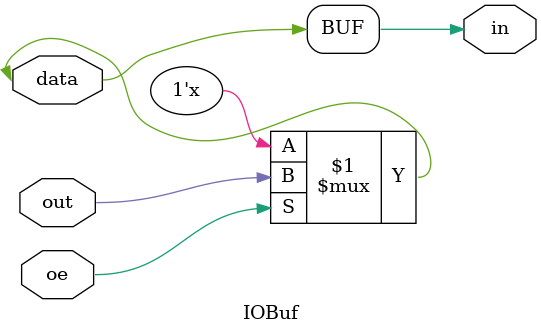
<source format=v>


module IOBuf(
    inout wire data,
    output wire in,
    input wire out,
    input wire oe // output enable
);

 assign data = (oe) ? out : 1'bz;
 assign in = data;

endmodule
</source>
